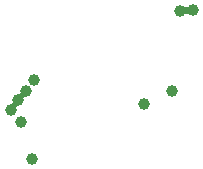
<source format=gbs>
G04*
G04 #@! TF.GenerationSoftware,Altium Limited,Altium Designer,19.0.15 (446)*
G04*
G04 Layer_Color=16711935*
%FSLAX25Y25*%
%MOIN*%
G70*
G01*
G75*
%ADD11C,0.03950*%
G36*
X-77953Y-13780D02*
X-74016Y-8661D01*
X-72441Y-9843D01*
X-76378Y-14961D01*
X-77953Y-13780D01*
D02*
G37*
G36*
X-20079Y19291D02*
X-18504D01*
Y16929D01*
X-20079D01*
Y19291D01*
D02*
G37*
D11*
X-17224Y18209D02*
D03*
X-21358Y17815D02*
D03*
X-70917Y-31496D02*
D03*
X-74508Y-19193D02*
D03*
X-72835Y-8760D02*
D03*
X-77854Y-15024D02*
D03*
X-33362Y-13287D02*
D03*
X-75394Y-11909D02*
D03*
X-24016Y-8661D02*
D03*
X-70079Y-5260D02*
D03*
M02*

</source>
